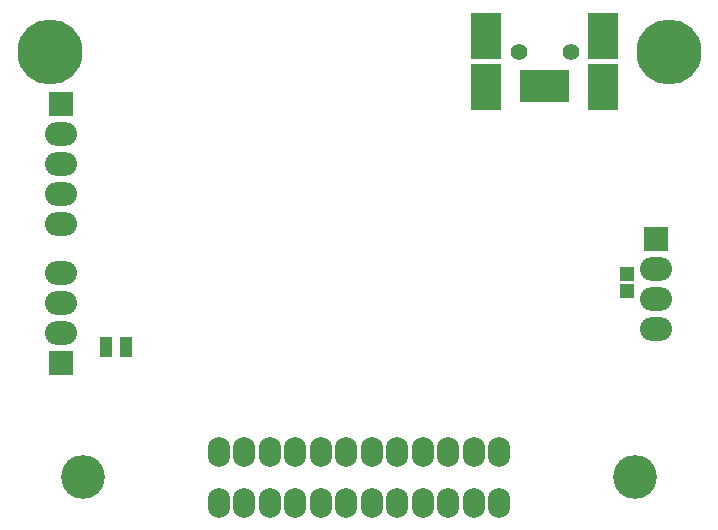
<source format=gts>
G04 (created by PCBNEW-RS274X (2012-07-14 BZR 3647)-testing) date Mon 16 Jul 2012 04:13:12 PM EEST*
%MOIN*%
G04 Gerber Fmt 3.4, Leading zero omitted, Abs format*
%FSLAX34Y34*%
G01*
G70*
G90*
G04 APERTURE LIST*
%ADD10C,0.006*%
%ADD11C,0.146*%
%ADD12O,0.0751X0.0987*%
%ADD13C,0.2169*%
%ADD14R,0.0436X0.0357*%
%ADD15R,0.08X0.08*%
%ADD16O,0.1066X0.0791*%
%ADD17R,0.0397X0.1086*%
%ADD18R,0.1007X0.1578*%
%ADD19C,0.0554*%
%ADD20R,0.0514X0.0514*%
G04 APERTURE END LIST*
G54D10*
G54D11*
X50159Y-72598D03*
X68581Y-72598D03*
G54D12*
X59795Y-71754D03*
X60646Y-71754D03*
X61496Y-71754D03*
X62346Y-71754D03*
X63197Y-71754D03*
X64047Y-71754D03*
X58945Y-71754D03*
X58094Y-71754D03*
X57244Y-71754D03*
X56394Y-71754D03*
X55543Y-71754D03*
X54693Y-71754D03*
X54693Y-73442D03*
X57244Y-73442D03*
X58094Y-73442D03*
X58945Y-73442D03*
X59795Y-73442D03*
X60645Y-73442D03*
X61496Y-73442D03*
X62346Y-73442D03*
X63197Y-73442D03*
X64047Y-73442D03*
X55543Y-73442D03*
X56394Y-73442D03*
G54D13*
X69685Y-58425D03*
X49055Y-58425D03*
G54D14*
X50935Y-68099D03*
X51585Y-68099D03*
X50935Y-68437D03*
X51585Y-68437D03*
G54D15*
X49449Y-60157D03*
G54D16*
X49449Y-61157D03*
X49449Y-62157D03*
X49449Y-63157D03*
X49449Y-64157D03*
G54D17*
X66181Y-59567D03*
X65866Y-59567D03*
X65551Y-59567D03*
X65236Y-59567D03*
X64921Y-59567D03*
G54D18*
X63612Y-57904D03*
X63612Y-59577D03*
X67490Y-59577D03*
X67490Y-57904D03*
G54D19*
X66417Y-58435D03*
X64685Y-58435D03*
G54D15*
X49449Y-68780D03*
G54D16*
X49449Y-67780D03*
X49449Y-66780D03*
X49449Y-65780D03*
G54D15*
X69252Y-64665D03*
G54D16*
X69252Y-65665D03*
X69252Y-66665D03*
X69252Y-67665D03*
G54D20*
X68307Y-65807D03*
X68307Y-66397D03*
M02*

</source>
